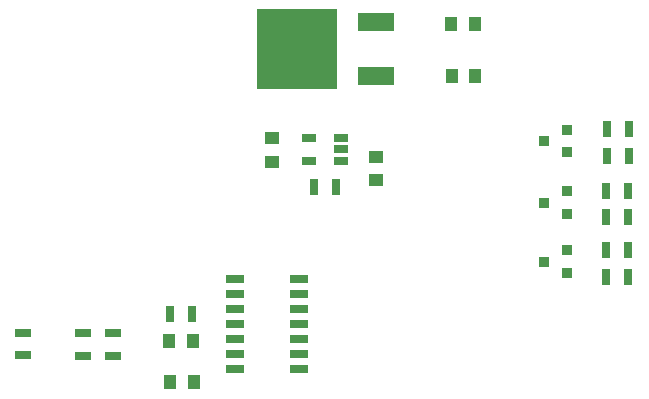
<source format=gbr>
G04 #@! TF.FileFunction,Paste,Bot*
%FSLAX46Y46*%
G04 Gerber Fmt 4.6, Leading zero omitted, Abs format (unit mm)*
G04 Created by KiCad (PCBNEW 4.0.0-rc1-stable) date 05/10/2017 19:39:07*
%MOMM*%
G01*
G04 APERTURE LIST*
%ADD10C,0.100000*%
%ADD11R,1.550800X0.650800*%
%ADD12R,0.950800X0.850800*%
%ADD13R,1.240800X0.790800*%
%ADD14R,6.750800X6.750800*%
%ADD15R,3.050800X1.650800*%
%ADD16R,1.050800X1.300800*%
%ADD17R,1.300800X1.050800*%
%ADD18R,0.750800X1.350800*%
%ADD19R,1.350800X0.750800*%
G04 APERTURE END LIST*
D10*
D11*
X186100000Y-107010000D03*
X186100000Y-105740000D03*
X186100000Y-104470000D03*
X186100000Y-103200000D03*
X186100000Y-101930000D03*
X186100000Y-100660000D03*
X186100000Y-99390000D03*
X191500000Y-99390000D03*
X191500000Y-100660000D03*
X191500000Y-101930000D03*
X191500000Y-103200000D03*
X191500000Y-104470000D03*
X191500000Y-105740000D03*
X191500000Y-107010000D03*
D12*
X214200000Y-96950000D03*
X214200000Y-98850000D03*
X212200000Y-97900000D03*
X214200000Y-91950000D03*
X214200000Y-93850000D03*
X212200000Y-92900000D03*
X214200000Y-86750000D03*
X214200000Y-88650000D03*
X212200000Y-87700000D03*
D13*
X192350000Y-87450000D03*
X192350000Y-89350000D03*
X195050000Y-88400000D03*
X195050000Y-87450000D03*
X195050000Y-89350000D03*
D14*
X191325000Y-79875000D03*
D15*
X197975000Y-82175000D03*
X197975000Y-77575000D03*
D16*
X182600000Y-108070000D03*
X180600000Y-108070000D03*
X182483000Y-104648000D03*
X180483000Y-104648000D03*
X204360000Y-77760000D03*
X206360000Y-77760000D03*
D17*
X198040000Y-89020000D03*
X198040000Y-91020000D03*
D16*
X204400000Y-82140000D03*
X206400000Y-82140000D03*
D17*
X189153800Y-87468200D03*
X189153800Y-89468200D03*
D18*
X182433000Y-102362000D03*
X180533000Y-102362000D03*
D19*
X168150000Y-103920000D03*
X168150000Y-105820000D03*
X173200000Y-105870000D03*
X173200000Y-103970000D03*
X175750000Y-105870000D03*
X175750000Y-103970000D03*
D18*
X194640000Y-91560000D03*
X192740000Y-91560000D03*
X219340000Y-99180000D03*
X217440000Y-99180000D03*
X219340000Y-94130000D03*
X217440000Y-94130000D03*
X219440000Y-88980000D03*
X217540000Y-88980000D03*
X217440000Y-96930000D03*
X219340000Y-96930000D03*
X217440000Y-91880000D03*
X219340000Y-91880000D03*
X217540000Y-86680000D03*
X219440000Y-86680000D03*
M02*

</source>
